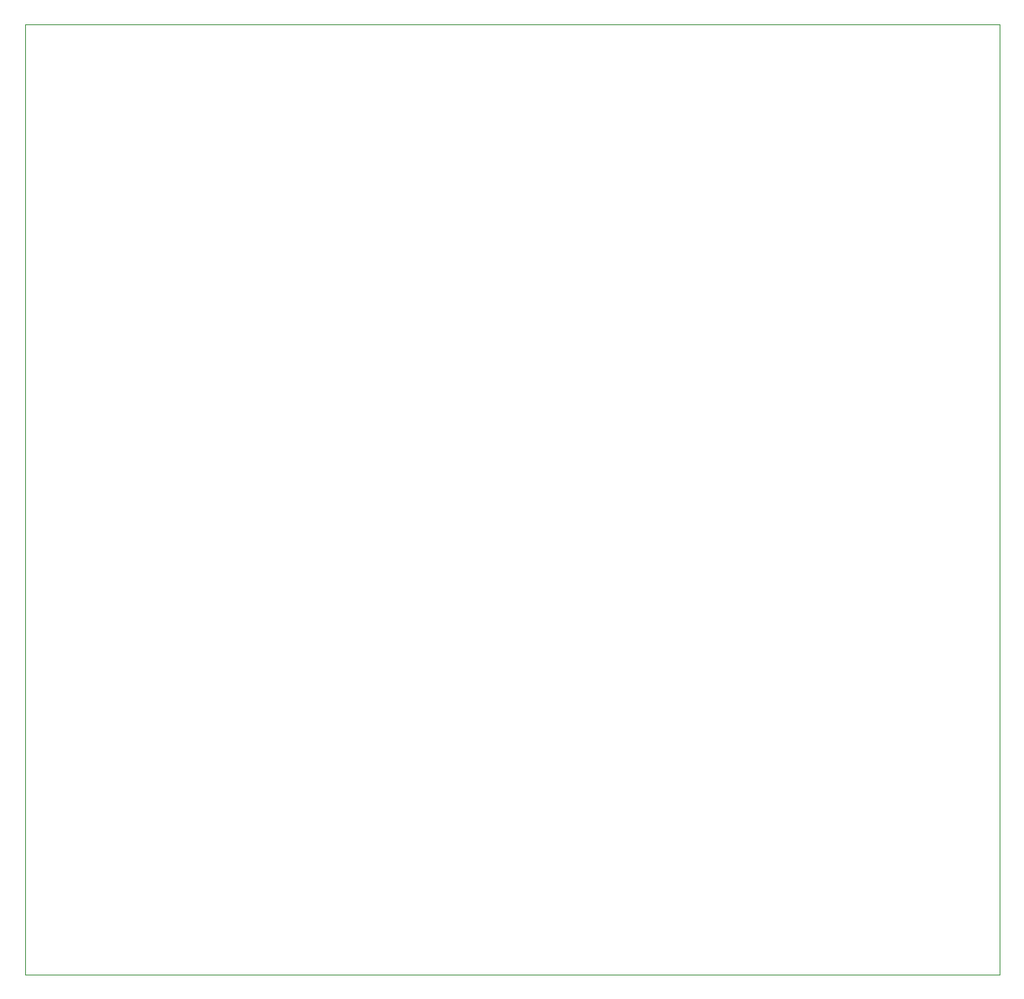
<source format=gbr>
G04 #@! TF.GenerationSoftware,KiCad,Pcbnew,(5.1.5)-3*
G04 #@! TF.CreationDate,2020-03-06T14:14:40-05:00*
G04 #@! TF.ProjectId,CombinedPnl_pcb-r1,436f6d62-696e-4656-9450-6e6c5f706362,rev?*
G04 #@! TF.SameCoordinates,Original*
G04 #@! TF.FileFunction,Profile,NP*
%FSLAX46Y46*%
G04 Gerber Fmt 4.6, Leading zero omitted, Abs format (unit mm)*
G04 Created by KiCad (PCBNEW (5.1.5)-3) date 2020-03-06 14:14:40*
%MOMM*%
%LPD*%
G04 APERTURE LIST*
%ADD10C,0.100000*%
G04 APERTURE END LIST*
D10*
X196596000Y-89408000D02*
X196596000Y-90170000D01*
X91694000Y-89408000D02*
X91694000Y-90170000D01*
X91694000Y-89408000D02*
X91694000Y-38608000D01*
X196596000Y-38608000D02*
X196596000Y-89408000D01*
X91694000Y-38608000D02*
X196596000Y-38608000D01*
X196596000Y-140970000D02*
X91694000Y-140970000D01*
X91694000Y-140970000D02*
X91694000Y-90170000D01*
X196596000Y-90170000D02*
X196596000Y-140970000D01*
M02*

</source>
